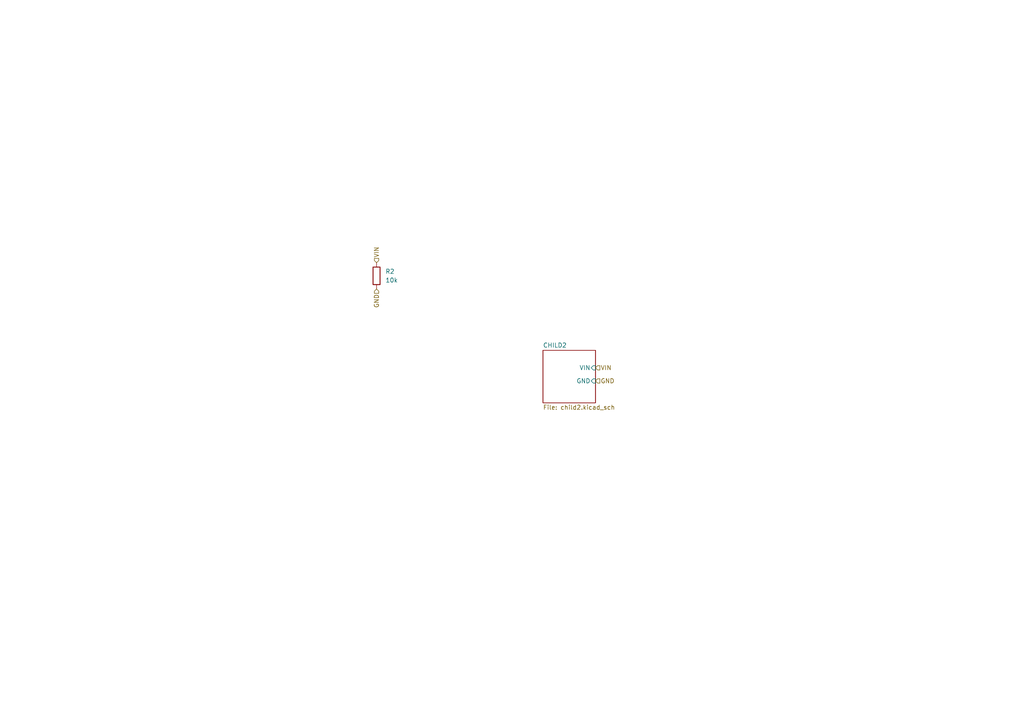
<source format=kicad_sch>
(kicad_sch (version 20250114) (generator "eeschema") (generator_version "9.0")
  (paper "A4")
  (lib_symbols
    (symbol "Device:R" (pin_numbers (hide yes)) (pin_names (offset 0))
      (property "Reference" "R" (at 2.032 0 90))
      (property "Value" "R" (at 0 0 90))
      (symbol "R_0_1"
        (rectangle (start -1.016 -2.54) (end 1.016 2.54) (stroke (width 0.254)))
      )
      (symbol "R_1_1"
        (pin passive line (at 0 3.81 270) (length 1.27) (name "~") (number "1"))
        (pin passive line (at 0 -3.81 90) (length 1.27) (name "~") (number "2"))
      )
    )
  )
  (hierarchical_label "GND" (shape input) (at 172.72 110.49 0))
  (hierarchical_label "VIN" (shape input) (at 172.72 106.68 0))
  (hierarchical_label "VIN" (shape input) (at 109.22 76.2 90))
  (hierarchical_label "GND" (shape input) (at 109.22 83.82 270))
  (symbol (lib_id "Device:R") (at 109.22 80.01 0) (unit 1)
    (property "Reference" "R2" (at 111.76 78.7399 0) (effects (justify left)))
    (property "Value" "10k" (at 111.76 81.2799 0) (effects (justify left)))
    (property "Footprint" "Resistor_SMD:R_0603_1608Metric" (effects (hide yes)))
    (property "Description" "Resistor" (effects (hide yes)))
  )
  (sheet (at 157.48 101.6) (size 15.24 15.24) (stroke (width 0.1524))
    (property "Sheetname" "CHILD2" (at 157.48 100.8884 0) (effects (justify left bottom)))
    (property "Sheetfile" "child2.kicad_sch" (at 157.48 117.4246 0) (effects (justify left top)))
    (pin "GND" input (at 172.72 110.49 0))
    (pin "VIN" input (at 172.72 106.68 0))
  )
)
</source>
